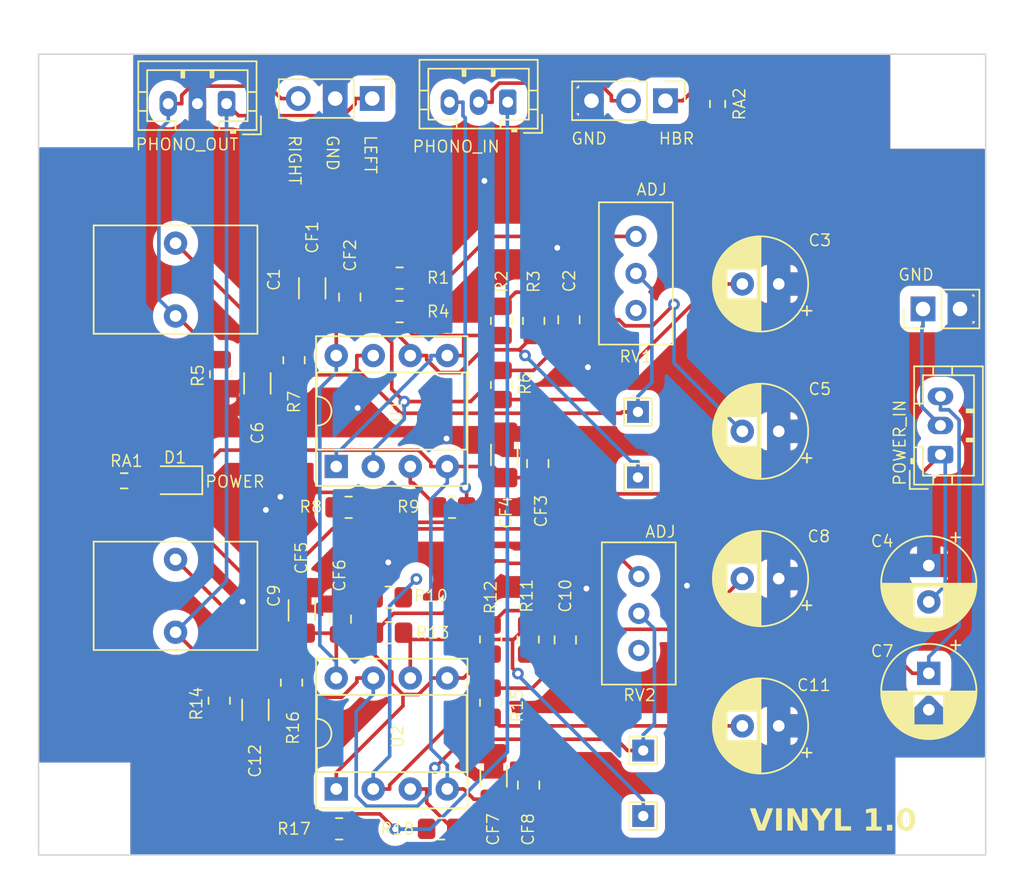
<source format=kicad_pcb>
(kicad_pcb (version 20240108) (generator "pcbnew") (generator_version "8.0")
  (layers (0 "F.Cu" signal) (31 "B.Cu" signal) (34 "B.Paste" user) (35 "F.Paste" user) (36 "B.SilkS" user "B.Silkscreen") (37 "F.SilkS" user "F.Silkscreen") (38 "B.Mask" user) (39 "F.Mask" user) (44 "Edge.Cuts" user))
  (net 0 "")
  (net 1 "V-")
  (net 2 "V+")
  (net 3 "LEFTIN")
  (net 4 "RIGHTIN")
  (net 5 "LEFTOUT")
  (net 6 "RIGHTOUT")
  (net 7 "AGND")
  (net 9 "Net-(C1-Pad1)")
  (net 10 "Net-(C2-Pad2)")
  (net 11 "Net-(U1-InA-)")
  (net 12 "Net-(C3-Pad2)")
  (net 14 "Net-(C11-Pad2)")
  (net 15 "Net-(U2-InA-)")
  (net 16 "Net-(D1-A)")
  (net 17 "Net-(U1-InB-)")
  (net 18 "Net-(U1-InB+)")
  (net 19 "Net-(U1-OutB)")
  (net 20 "Net-(U1-InA+)")
  (net 21 "Net-(C12-Pad2)")
  (net 22 "Net-(U2-InB-)")
  (net 23 "Net-(U2-InB+)")
  (net 24 "Net-(U2-OutB)")
  (net 25 "Net-(U2-InA+)")
  (net 26 "PGND")
  (net 27 "GNDIN")
  (net 28 "Net-(C10-Pad2)")
  (net 29 "Net-(C5-Pad2)")
  (net 30 "Net-(J6-Pin_1)")
  (net 31 "Net-(C8-Pad2)")
  (net 32 "Net-(R4-Pad1)")
  (net 33 "Net-(R13-Pad1)")
  (footprint "Connector_PinHeader_2.54mm:PinHeader_1x02_P2.54mm_Vertical" (layer "F.Cu") (at 192.1 98.1 90)
    (property "Reference" "J1" (hide yes))
    (property "Value" "Conn_01x02_Pin")
  )
  (footprint "Resistor_SMD:R_0805_2012Metric_Pad1.20x1.40mm_HandSolder" (layer "F.Cu") (at 159.78 111.72 180)
    (property "Reference" "R9")
    (property "Value" "2K2")
  )
  (footprint "MountingHole:MountingHole_3.2mm_M3" (layer "F.Cu") (at 193.9 133.1)
    (property "Reference" "H3" (hide yes))
    (property "Value" "MountingHole")
  )
  (footprint "Resistor_SMD:R_0805_2012Metric_Pad1.20x1.40mm_HandSolder" (layer "F.Cu") (at 163.18 103.32 90)
    (property "Reference" "R6")
    (property "Value" "4.7K")
  )
  (footprint "Package_DIP:DIP-8_W7.62mm_Socket" (layer "F.Cu") (at 151.83 131.0651 90)
    (property "Reference" "U2")
    (property "Value" "OPA2134")
  )
  (footprint "Resistor_SMD:R_0805_2012Metric_Pad1.20x1.40mm_HandSolder" (layer "F.Cu") (at 148.93 101.62 -90)
    (property "Reference" "R7")
    (property "Value" "750R")
  )
  (footprint "Capacitor_SMD:C_0805_2012Metric_Pad1.18x1.45mm_HandSolder" (layer "F.Cu") (at 152.1076 119.4026 -90)
    (property "Reference" "CF6")
    (property "Value" "0.1u")
  )
  (footprint "Resistor_SMD:R_0805_2012Metric_Pad1.20x1.40mm_HandSolder" (layer "F.Cu") (at 148.7614 123.7651 -90)
    (property "Reference" "R16")
    (property "Value" "750R")
  )
  (footprint "Capacitor_THT:C_Rect_L7.2mm_W11.0mm_P5.00mm_FKS2_FKP2_MKS2_MKP2" (layer "F.Cu") (at 140.8 115.3 -90)
    (property "Reference" "C9")
    (property "Value" "1U C0G")
  )
  (footprint "Resistor_SMD:R_0805_2012Metric_Pad1.20x1.40mm_HandSolder" (layer "F.Cu") (at 152.03 133.8 180)
    (property "Reference" "R17")
    (property "Value" "47K")
  )
  (footprint "Resistor_SMD:R_0805_2012Metric_Pad1.20x1.40mm_HandSolder" (layer "F.Cu") (at 152.68 111.72 180)
    (property "Reference" "R8")
    (property "Value" "47K")
  )
  (footprint "Resistor_SMD:R_0805_2012Metric_Pad1.20x1.40mm_HandSolder" (layer "F.Cu") (at 155.4464 120.3326)
    (property "Reference" "R13")
    (property "Value" "100K")
  )
  (footprint "Resistor_SMD:R_0603_1608Metric" (layer "F.Cu") (at 137.275 109.9 180)
    (property "Reference" "RA1")
    (property "Value" "5.1K")
  )
  (footprint "Capacitor_THT:CP_Radial_D6.3mm_P2.50mm" (layer "F.Cu") (at 192.5 115.7176 -90)
    (property "Reference" "C4")
    (property "Value" "100U 16V")
  )
  (footprint "Capacitor_SMD:C_1206_3216Metric_Pad1.33x1.80mm_HandSolder" (layer "F.Cu") (at 146.415 103.2125 90)
    (property "Reference" "C6")
    (property "Value" "0.1U C0G")
  )
  (footprint "Package_DIP:DIP-8_W7.62mm_Socket" (layer "F.Cu") (at 151.83 108.92 90)
    (property "Reference" "U1")
    (property "Value" "OPA2134")
  )
  (footprint "MountingHole:MountingHole_3.2mm_M3" (layer "F.Cu") (at 133.9 133.1)
    (property "Reference" "H4" (hide yes))
    (property "Value" "MountingHole")
  )
  (footprint "Resistor_SMD:R_0805_2012Metric_Pad1.20x1.40mm_HandSolder" (layer "F.Cu") (at 143.8 125 90)
    (property "Reference" "R14")
    (property "Value" "100K")
  )
  (footprint "TestPoint:TestPoint_THTPad_1.5x1.5mm_Drill0.7mm" (layer "F.Cu") (at 172.9 128.42 -90)
    (property "Reference" "TP3" (hide yes))
    (property "Value" "TestPoint")
  )
  (footprint "Connector_JST:JST_PH_B3B-PH-K_1x03_P2.00mm_Vertical" (layer "F.Cu") (at 163.6 83.9 180)
    (property "Reference" "J5" (hide yes))
    (property "Value" "Conn_01x03_Male")
  )
  (footprint "TestPoint:TestPoint_THTPad_1.5x1.5mm_Drill0.7mm" (layer "F.Cu") (at 172.9 132.92 -90)
    (property "Reference" "TP4" (hide yes))
    (property "Value" "TestPoint")
  )
  (footprint "Capacitor_SMD:C_1206_3216Metric_Pad1.33x1.80mm_HandSolder" (layer "F.Cu") (at 162.63 130.2026 -90)
    (property "Reference" "CF7")
    (property "Value" "10u")
  )
  (footprint "Resistor_SMD:R_0805_2012Metric_Pad1.20x1.40mm_HandSolder" (layer "F.Cu") (at 162.43 120.8 90)
    (property "Reference" "R12")
    (property "Value" "10K")
  )
  (footprint "MountingHole:MountingHole_3.2mm_M3" (layer "F.Cu") (at 193.9 83.1)
    (property "Reference" "H2" (hide yes))
    (property "Value" "MountingHole")
  )
  (footprint "Capacitor_SMD:C_0805_2012Metric_Pad1.18x1.45mm_HandSolder" (layer "F.Cu") (at 165.6615 108.72 -90)
    (property "Reference" "CF3")
    (property "Value" "0.1u")
  )
  (footprint "Resistor_SMD:R_0805_2012Metric_Pad1.20x1.40mm_HandSolder" (layer "F.Cu") (at 159.03 133.8)
    (property "Reference" "R18")
    (property "Value" "2K2")
  )
  (footprint "Resistor_SMD:R_0805_2012Metric_Pad1.20x1.40mm_HandSolder" (layer "F.Cu") (at 165.38 98.92 -90)
    (property "Reference" "R3")
    (property "Value" "2K7")
  )
  (footprint "LED_SMD:LED_0805_2012Metric_Pad1.15x1.40mm_HandSolder" (layer "F.Cu") (at 140.775 109.86 180)
    (property "Reference" "D1")
    (property "Value" "YELLOW")
  )
  (footprint "Connector_JST:JST_PH_B3B-PH-K_1x03_P2.00mm_Vertical" (layer "F.Cu") (at 144.3 84 180)
    (property "Reference" "J4" (hide yes))
    (property "Value" "Conn_01x03_Male")
  )
  (footprint "Capacitor_SMD:C_1206_3216Metric_Pad1.33x1.80mm_HandSolder" (layer "F.Cu") (at 149.4688 118.8026 -90)
    (property "Reference" "CF5")
    (property "Value" "10u")
  )
  (footprint "Capacitor_SMD:C_0805_2012Metric_Pad1.18x1.45mm_HandSolder" (layer "F.Cu") (at 152.7576 97.2825 -90)
    (property "Reference" "CF2")
    (property "Value" "0.1u")
  )
  (footprint "Capacitor_THT:C_Rect_L7.2mm_W11.0mm_P5.00mm_FKS2_FKP2_MKS2_MKP2" (layer "F.Cu") (at 140.8 93.5825 -90)
    (property "Reference" "C1")
    (property "Value" "1U C0G")
  )
  (footprint "Resistor_SMD:R_0805_2012Metric_Pad1.20x1.40mm_HandSolder" (layer "F.Cu") (at 163.18 98.92 90)
    (property "Reference" "R2")
    (property "Value" "10K")
  )
  (footprint "Capacitor_SMD:C_0805_2012Metric_Pad1.18x1.45mm_HandSolder" (layer "F.Cu") (at 167.8 98.845 90)
    (property "Reference" "C2")
    (property "Value" "22N C0G")
  )
  (footprint "Capacitor_SMD:C_1206_3216Metric_Pad1.33x1.80mm_HandSolder" (layer "F.Cu") (at 146.2807 125.63 90)
    (property "Reference" "C12")
    (property "Value" "0.1U C0G")
  )
  (footprint "Connector_PinHeader_2.54mm:PinHeader_1x03_P2.54mm_Vertical" (layer "F.Cu") (at 154.3 83.65 -90)
    (property "Reference" "J3" (hide yes))
    (property "Value" "Conn_01x03_Male")
  )
  (footprint "TestPoint:TestPoint_THTPad_1.5x1.5mm_Drill0.7mm" (layer "F.Cu") (at 172.5375 109.67 -90)
    (property "Reference" "TP2" (hide yes))
    (property "Value" "TestPoint")
  )
  (footprint "MountingHole:MountingHole_3.2mm_M3" (layer "F.Cu") (at 133.9 83.1)
    (property "Reference" "H1" (hide yes))
    (property "Value" "MountingHole")
  )
  (footprint "Potentiometer_THT:Potentiometer_Bourns_3296W_Vertical" (layer "F.Cu") (at 172.4 98.2 -90)
    (property "Reference" "RV1")
    (property "Value" "25K")
  )
  (footprint "Capacitor_SMD:C_1206_3216Metric_Pad1.33x1.80mm_HandSolder" (layer "F.Cu") (at 150.18 96.6825 -90)
    (property "Reference" "CF1")
    (property "Value" "10u")
  )
  (footprint "Resistor_SMD:R_0805_2012Metric_Pad1.20x1.40mm_HandSolder" (layer "F.Cu") (at 156.18 98.2825 180)
    (property "Reference" "R4")
    (property "Value" "100K")
  )
  (footprint "Capacitor_THT:CP_Radial_D6.3mm_P2.50mm" (layer "F.Cu") (at 182.2 116.6167 180)
    (property "Reference" "C8")
    (property "Value" "22U")
  )
  (footprint "Capacitor_THT:CP_Radial_D6.3mm_P2.50mm" (layer "F.Cu") (at 182.2 126.7333 180)
    (property "Reference" "C11")
    (property "Value" "22U")
  )
  (footprint "Resistor_SMD:R_0805_2012Metric_Pad1.20x1.40mm_HandSolder" (layer "F.Cu") (at 143.9 102.5825 90)
    (property "Reference" "R5")
    (property "Value" "100K")
  )
  (footprint "Capacitor_SMD:C_0805_2012Metric_Pad1.18x1.45mm_HandSolder" (layer "F.Cu") (at 165.03 130.8 -90)
    (property "Reference" "CF8")
    (property "Value" "0.1u")
  )
  (footprint "Capacitor_SMD:C_0805_2012Metric_Pad1.18x1.45mm_HandSolder" (layer "F.Cu") (at 167.55 120.83 90)
    (property "Reference" "C10")
    (property "Value" "22N C0G")
  )
  (footprint "TestPoint:TestPoint_THTPad_1.5x1.5mm_Drill0.7mm" (layer "F.Cu") (at 172.5375 105.17 -90)
    (property "Reference" "TP1" (hide yes))
    (property "Value" "TestPoint")
  )
  (footprint "Connector_PinHeader_2.54mm:PinHeader_1x03_P2.54mm_Vertical" (layer "F.Cu") (at 174.425 83.8 -90)
    (property "Reference" "J6" (hide yes))
    (property "Value" "Conn_01x03_Pin")
  )
  (footprint "Resistor_SMD:R_0603_1608Metric" (layer "F.Cu") (at 178 84.025 90)
    (property "Reference" "RA2")
    (property "Value" "20R")
  )
  (footprint "Resistor_SMD:R_0805_2012Metric_Pad1.20x1.40mm_HandSolder" (layer "F.Cu") (at 165 120.8 90)
    (property "Reference" "R11")
    (property "Value" "2K7")
  )
  (footprint "Resistor_SMD:R_0805_2012Metric_Pad1.20x1.40mm_HandSolder" (layer "F.Cu") (at 156.18 95.9825 180)
    (property "Reference" "R1")
    (property "Value" "180K")
  )
  (footprint "Capacitor_THT:CP_Radial_D6.3mm_P2.50mm" (layer "F.Cu") (at 182.2 96.3833 180)
    (property "Reference" "C3")
    (property "Value" "22U")
  )
  (footprint "Capacitor_THT:CP_Radial_D6.3mm_P2.50mm" (layer "F.Cu") (at 182.2 106.5 180)
    (property "Reference" "C5")
    (property "Value" "22U")
  )
  (footprint "Potentiometer_THT:Potentiometer_Bourns_3296W_Vertical" (layer "F.Cu") (at 172.6 121.55 -90)
    (property "Reference" "RV2")
    (property "Value" "25K")
  )
  (footprint "Capacitor_THT:CP_Radial_D6.3mm_P2.50mm" (layer "F.Cu") (at 192.5 123.1176 -90)
    (property "Reference" "C7")
    (property "Value" "100U 16V")
  )
  (footprint "Capacitor_SMD:C_1206_3216Metric_Pad1.33x1.80mm_HandSolder" (layer "F.Cu") (at 163.3615 108.12 -90)
    (property "Reference" "CF4")
    (property "Value" "10u")
  )
  (footprint "Resistor_SMD:R_0805_2012Metric_Pad1.20x1.40mm_HandSolder" (layer "F.Cu") (at 155.43 117.9 180)
    (property "Reference" "R10")
    (property "Value" "180K")
  )
  (footprint "Connector_JST:JST_PH_B3B-PH-K_1x03_P2.00mm_Vertical" (layer "F.Cu") (at 193.3 108.1 90)
    (property "Reference" "J2" (hide yes))
    (property "Value" "Conn_01x03_Male")
  )
  (footprint "Resistor_SMD:R_0805_2012Metric_Pad1.20x1.40mm_HandSolder" (layer "F.Cu") (at 162.43 125.1376 90)
    (property "Reference" "R15")
    (property "Value" "4.7K")
  )
  (gr_line (start 196.4 135.6) (end 131.4 135.6) (stroke (width 0.1)) (layer "Edge.Cuts"))
  (gr_line (start 196.4 80.6) (end 196.4 135.6) (stroke (width 0.1)) (layer "Edge.Cuts"))
  (gr_line (start 131.4 80.6) (end 131.4 135.6) (stroke (width 0.1)) (layer "Edge.Cuts"))
  (gr_line (start 131.4 80.6) (end 196.4 80.6) (stroke (width 0.1)) (layer "Edge.Cuts"))
  (gr_text "PHONO_IN" (at 157 86.95 0) (layer "F.SilkS") (effects (font (size 0.8 0.8) (thickness 0.1)) (justify left)))
  (gr_text "VINYL 1.0" (at 180.2 133.3 0) (layer "F.SilkS") (effects (font (size 1.5 1.5) (thickness 0.3) (bold yes)) (justify left)))
  (gr_text "GND\n" (at 151.575 86.1 -90) (layer "F.SilkS") (effects (font (size 0.8 0.8) (thickness 0.1)) (justify left)))
  (gr_text "PHONO_OUT" (at 138 86.8 0) (layer "F.SilkS") (effects (font (size 0.8 0.8) (thickness 0.1)) (justify left)))
  (gr_text "POWER_IN" (at 190.5 110.3 90) (layer "F.SilkS") (effects (font (size 0.8 0.8) (thickness 0.1)) (justify left)))
  (gr_text "GND" (at 190.34 95.75 0) (layer "F.SilkS") (effects (font (size 0.8 0.8) (thickness 0.1)) (justify left)))
  (gr_text "POWER" (at 142.775006 109.959993 0) (layer "F.SilkS") (effects (font (size 0.8 0.8) (thickness 0.1)) (justify left)))
  (gr_text "GND" (at 167.9 86.4 0) (layer "F.SilkS") (effects (font (size 0.8 0.8) (thickness 0.1)) (justify left)))
  (gr_text "HBR\n" (at 173.9 86.4 0) (layer "F.SilkS") (effects (font (size 0.8 0.8) (thickness 0.1)) (justify left)))
  (gr_text "ADJ" (at 175.2 113.4 0) (layer "F.SilkS") (effects (font (size 0.8 0.8) (thickness 0.1)) (justify right)))
  (gr_text "ADJ" (at 174.6 89.9 0) (layer "F.SilkS") (effects (font (size 0.8 0.8) (thickness 0.1)) (justify right)))
  (gr_text "RIGHT" (at 148.975 86.1 -90) (layer "F.SilkS") (effects (font (size 0.8 0.8) (thickness 0.1)) (justify left)))
  (gr_text "LEFT" (at 154.175 86.1 -90) (layer "F.SilkS") (effects (font (size 0.8 0.8) (thickness 0.1)) (justify left)))
  (segment (start 164.9576 131.7651) (end 162.63 131.7651) (width 0.25) (layer "F.Cu") (net 1))
  (segment (start 159.45 131.0651) (end 160.5767 131.0651) (width 0.25) (layer "F.Cu") (net 1))
  (segment (start 159.45 108.92) (end 158.3233 108.92) (width 0.25) (layer "F.Cu") (net 1))
  (segment (start 163.3615 109.6825) (end 162.599 108.92) (width 0.25) (layer "F.Cu") (net 1))
  (segment (start 162.63 131.7651) (end 161.2767 131.7651) (width 0.25) (layer "F.Cu") (net 1))
  (segment (start 193.3 108.1) (end 190.6032 110.7968) (width 0.25) (layer "F.Cu") (net 1))
  (segment (start 163.3615 109.6825) (end 165.5865 109.6825) (width 0.25) (layer "F.Cu") (net 1))
  (segment (start 158.3233 108.92) (end 158.3233 108.6382) (width 0.25) (layer "F.Cu") (net 1))
  (segment (start 190.6032 110.7968) (end 166.7008 110.7968) (width 0.25) (layer "F.Cu") (net 1))
  (segment (start 166.7008 110.7968) (end 165.6615 109.7575) (width 0.25) (layer "F.Cu") (net 1))
  (segment (start 157.4784 107.7933) (end 143.8667 107.7933) (width 0.25) (layer "F.Cu") (net 1))
  (segment (start 143.8667 107.7933) (end 141.8 109.86) (width 0.25) (layer "F.Cu") (net 1))
  (segment (start 162.599 108.92) (end 159.45 108.92) (width 0.25) (layer "F.Cu") (net 1))
  (segment (start 158.3233 108.6382) (end 157.4784 107.7933) (width 0.25) (layer "F.Cu") (net 1))
  (segment (start 161.2767 131.7651) (end 160.5767 131.0651) (width 0.25) (layer "F.Cu") (net 1))
  (segment (start 158.3233 128.3047) (end 158.3233 111.1734) (width 0.25) (layer "B.Cu") (net 1))
  (segment (start 159.45 129.4314) (end 158.3233 128.3047) (width 0.25) (layer "B.Cu") (net 1))
  (segment (start 193.6267 117.0909) (end 192.5 118.2176) (width 0.25) (layer "B.Cu") (net 1))
  (segment (start 158.3233 111.1734) (end 159.45 110.0467) (width 0.25) (layer "B.Cu") (net 1))
  (segment (start 159.45 131.0651) (end 159.45 129.4314) (width 0.25) (layer "B.Cu") (net 1))
  (segment (start 159.45 108.92) (end 159.45 110.0467) (width 0.25) (layer "B.Cu") (net 1))
  (segment (start 193.6267 108.4267) (end 193.6267 117.0909) (width 0.25) (layer "B.Cu") (net 1))
  (segment (start 138.7303 112.1803) (end 136.45 109.9) (width 0.25) (layer "F.Cu") (net 2))
  (segment (start 141.284 112.1803) (end 138.7303 112.1803) (width 0.25) (layer "F.Cu") (net 2))
  (segment (start 151.5675 113.2) (end 146.9356 117.8319) (width 0.25) (layer "F.Cu") (net 2))
  (segment (start 150.18 98.245) (end 152.6826 98.245) (width 0.25) (layer "F.Cu") (net 2))
  (segment (start 152.7576 98.32) (end 151.83 99.2476) (width 0.25) (layer "F.Cu") (net 2))
  (segment (start 149.4688 120.3651) (end 146.9356 117.8319) (width 0.25) (layer "F.Cu") (net 2))
  (segment (start 151.83 99.2476) (end 151.83 101.3) (width 0.25) (layer "F.Cu") (net 2))
  (segment (start 151.83 120.7177) (end 151.83 123.4451) (width 0.25) (layer "F.Cu") (net 2))
  (segment (start 149.4688 120.3651) (end 152.0326 120.3651) (width 0.25) (layer "F.Cu") (net 2))
  (segment (start 146.9356 117.8319) (end 141.284 112.1803) (width 0.25) (layer "F.Cu") (net 2))
  (segment (start 181.4557 113.2) (end 151.5675 113.2) (width 0.25) (layer "F.Cu") (net 2))
  (segment (start 192.5 123.1176) (end 191.3733 123.1176) (width 0.25) (layer "F.Cu") (net 2))
  (segment (start 191.3733 123.1176) (end 181.4557 113.2) (width 0.25) (layer "F.Cu") (net 2))
  (segment (start 151.83 101.3) (end 151.83 102.4267) (width 0.25) (layer "B.Cu") (net 2))
  (segment (start 194.5814 105.7289) (end 194.5814 119.9095) (width 0.25) (layer "B.Cu") (net 2))
  (segment (start 193.3 105.0267) (end 193.8792 105.0267) (width 0.25) (layer "B.Cu") (net 2))
  (segment (start 150.7033 103.5534) (end 151.83 102.4267) (width 0.25) (layer "B.Cu") (net 2))
  (segment (start 151.83 122.3184) (end 150.7033 121.1917) (width 0.25) (layer "B.Cu") (net 2))
  (segment (start 150.7033 121.1917) (end 150.7033 103.5534) (width 0.25) (layer "B.Cu") (net 2))
  (segment (start 151.83 123.4451) (end 151.83 122.3184) (width 0.25) (layer "B.Cu") (net 2))
  (segment (start 192.5 123.1176) (end 192.5 121.9909) (width 0.25) (layer "B.Cu") (net 2))
  (segment (start 194.5814 119.9095) (end 192.5 121.9909) (width 0.25) (layer "B.Cu") (net 2))
  (segment (start 193.8792 105.0267) (end 194.5814 105.7289) (width 0.25) (layer "B.Cu") (net 2))
  (segment (start 193.3 104.1) (end 193.3 105.0267) (width 0.25) (layer "B.Cu") (net 2))
  (segment (start 155.8704 133.8255) (end 154.8199 132.775) (width 0.25) (layer "F.Cu") (net 3))
  (segment (start 156.226 133.8255) (end 155.8704 133.8255) (width 0.25) (layer "F.Cu") (net 3))
  (segment (start 156.226 133.8255) (end 157.8529 133.8255) (width 0.25) (layer "F.Cu") (net 3))
  (segment (start 154.8199 132.775) (end 152.055 132.775) (width 0.25) (layer "F.Cu") (net 3))
  (segment (start 152.055 132.775) (end 151.03 133.8) (width 0.25) (layer "F.Cu") (net 3))
  (via (at 155.8704 133.8255) (size 0.8) (drill 0.4) (layers "F.Cu" "B.Cu") (net 3))
  (segment (start 158.2831 133.8255) (end 155.8704 133.8255) (width 0.25) (layer "B.Cu") (net 3))
  (segment (start 163.5733 128.5353) (end 158.2831 133.8255) (width 0.25) (layer "B.Cu") (net 3))
  (segment (start 163.5733 83.9267) (end 163.5733 128.5353) (width 0.25) (layer "B.Cu") (net 3))
  (segment (start 160.78 111.72) (end 159.75 112.75) (width 0.25) (layer "F.Cu") (net 4))
  (segment (start 160.6817 110.3695) (end 160.78 110.4678) (width 0.25) (layer "F.Cu") (net 4))
  (segment (start 152.71 112.75) (end 151.68 111.72) (width 0.25) (layer "F.Cu") (net 4))
  (segment (start 160.78 110.4678) (end 160.78 111.72) (width 0.25) (layer "F.Cu") (net 4))
  (segment (start 159.75 112.75) (end 152.71 112.75) (width 0.25) (layer "F.Cu") (net 4))
  (via (at 160.6817 110.3695) (size 0.8) (drill 0.4) (layers "F.Cu" "B.Cu") (net 4))
  (segment (start 160.5267 84.8267) (end 160.6817 84.9817) (width 0.25) (layer "B.Cu") (net 4))
  (segment (start 160.6817 84.9817) (end 160.6817 110.3695) (width 0.25) (layer "B.Cu") (net 4))
  (segment (start 160.5267 83.9) (end 160.5267 84.8267) (width 0.25) (layer "B.Cu") (net 4))
  (segment (start 159.6 83.9) (end 160.5267 83.9) (width 0.25) (layer "B.Cu") (net 4))
  (segment (start 152.3142 84.8268) (end 145.1268 84.8268) (width 0.25) (layer "F.Cu") (net 5))
  (segment (start 140.8 120.3) (end 143.8 123.3) (width 0.25) (layer "F.Cu") (net 5))
  (segment (start 153.1233 83.65) (end 153.1233 84.0177) (width 0.25) (layer "F.Cu") (net 5))
  (segment (start 145.1268 84.8268) (end 144.3 84) (width 0.25) (layer "F.Cu") (net 5))
  (segment (start 154.3 83.65) (end 153.1233 83.65) (width 0.25) (layer "F.Cu") (net 5))
  (segment (start 153.1233 84.0177) (end 152.3142 84.8268) (width 0.25) (layer "F.Cu") (net 5))
  (segment (start 143.8 123.3) (end 143.8 124) (width 0.25) (layer "F.Cu") (net 5))
  (segment (start 144.3 116.8) (end 140.8 120.3) (width 0.25) (layer "B.Cu") (net 5))
  (segment (start 144.3 84) (end 144.3 116.8) (width 0.25) (layer "B.Cu") (net 5))
  (segment (start 141.8529 82.7946) (end 141.2267 83.4208) (width 0.25) (layer "F.Cu") (net 6))
  (segment (start 140.9 98.5825) (end 143.9 101.5825) (width 0.25) (layer "F.Cu") (net 6))
  (segment (start 140.3 84) (end 141.2267 84) (width 0.25) (layer "F.Cu") (net 6))
  (segment (start 148.0433 83.65) (end 147.1879 82.7946) (width 0.25) (layer "F.Cu") (net 6))
  (segment (start 141.2267 83.4208) (end 141.2267 84) (width 0.25) (layer "F.Cu") (net 6))
  (segment (start 147.1879 82.7946) (end 141.8529 82.7946) (width 0.25) (layer "F.Cu") (net 6))
  (segment (start 149.22 83.65) (end 148.0433 83.65) (width 0.25) (layer "F.Cu") (net 6))
  (segment (start 140.3 85.2017) (end 139.6551 85.8466) (width 0.25) (layer "B.Cu") (net 6))
  (segment (start 139.6551 97.4376) (end 140.8 98.5825) (width 0.25) (layer "B.Cu") (net 6))
  (segment (start 139.6551 85.8466) (end 139.6551 97.4376) (width 0.25) (layer "B.Cu") (net 6))
  (segment (start 140.3 84) (end 140.3 85.2017) (width 0.25) (layer "B.Cu") (net 6))
  (segment (start 148.305 110.695) (end 148 111) (width 0.25) (layer "F.Cu") (net 7))
  (segment (start 152.655 110.695) (end 148.305 110.695) (width 0.25) (layer "F.Cu") (net 7))
  (segment (start 153.68 111.72) (end 152.655 110.695) (width 0.25) (layer "F.Cu") (net 7))
  (via (at 167 93.9) (size 0.8) (drill 0.4) (layers "F.Cu" "B.Cu") (net 7))
  (via (at 145.4 118.2) (size 0.8) (drill 0.4) (layers "F.Cu" "B.Cu") (net 7))
  (via (at 175.9 117.1) (size 0.8) (drill 0.4) (layers "F.Cu" "B.Cu") (net 7))
  (via (at 159.4 107) (size 0.8) (drill 0.4) (layers "F.Cu" "B.Cu") (net 7))
  (via (at 153.3 104.9) (size 0.8) (drill 0.4) (layers "F.Cu" "B.Cu") (net 7))
  (via (at 169.1 102.1) (size 0.8) (drill 0.4) (layers "F.Cu" "B.Cu") (net 7))
  (via (at 148 111) (size 0.8) (drill 0.4) (layers "F.Cu" "B.Cu") (net 7))
  (via (at 162 89.3) (size 0.8) (drill 0.4) (layers "F.Cu" "B.Cu") (net 7))
  (via (at 169 117.3) (size 0.8) (drill 0.4) (layers "F.Cu" "B.Cu") (net 7))
  (via (at 155.4 115.5) (size 0.8) (drill 0.4) (layers "F.Cu" "B.Cu") (net 7))
  (via (at 147 111.9) (size 0.8) (drill 0.4) (layers "F.Cu" "B.Cu") (net 7))
  (segment (start 147.8375 100.62) (end 148.93 100.62) (width 0.25) (layer "F.Cu") (net 9))
  (segment (start 140.8 93.5825) (end 147.8375 100.62) (width 0.25) (layer "F.Cu") (net 9))
  (segment (start 146.415 101.65) (end 147.9 101.65) (width 0.25) (layer "F.Cu") (net 9))
  (segment (start 147.9 101.65) (end 148.93 100.62) (width 0.25) (layer "F.Cu") (net 9))
  (segment (start 166.941 96.9485) (end 164.1515 96.9485) (width 0.25) (layer "F.Cu") (net 10))
  (segment (start 167.8 97.8075) (end 166.941 96.9485) (width 0.25) (layer "F.Cu") (net 10))
  (segment (start 164.1515 96.9485) (end 163.18 97.92) (width 0.25) (layer "F.Cu") (net 10))
  (segment (start 163.18 102.32) (end 161.0429 104.4571) (width 0.25) (layer "F.Cu") (net 11))
  (segment (start 157.18 95.9825) (end 156.1415 94.944) (width 0.25) (layer "F.Cu") (net 11))
  (segment (start 161.0429 104.4571) (end 156.4958 104.4571) (width 0.25) (layer "F.Cu") (net 11))
  (segment (start 165.3625 102.32) (end 163.18 102.32) (width 0.25) (layer "F.Cu") (net 11))
  (segment (start 156.1415 94.944) (end 154.5269 94.944) (width 0.25) (layer "F.Cu") (net 11))
  (segment (start 155.64 100.4283) (end 155.64 103.6013) (width 0.25) (layer "F.Cu") (net 11))
  (segment (start 154.2138 99.0021) (end 155.64 100.4283) (width 0.25) (layer "F.Cu") (net 11))
  (segment (start 154.2138 95.2571) (end 154.2138 99.0021) (width 0.25) (layer "F.Cu") (net 11))
  (segment (start 155.64 103.6013) (end 156.4958 104.4571) (width 0.25) (layer "F.Cu") (net 11))
  (segment (start 154.5269 94.944) (end 154.2138 95.2571) (width 0.25) (layer "F.Cu") (net 11))
  (segment (start 167.8 99.8825) (end 165.3625 102.32) (width 0.25) (layer "F.Cu") (net 11))
  (via (at 156.4958 104.4571) (size 0.8) (drill 0.4) (layers "F.Cu" "B.Cu") (net 11))
  (segment (start 156.4958 105.6675) (end 154.37 107.7933) (width 0.25) (layer "B.Cu") (net 11))
  (segment (start 156.4958 104.4571) (end 156.4958 105.6675) (width 0.25) (layer "B.Cu") (net 11))
  (segment (start 154.37 108.92) (end 154.37 107.7933) (width 0.25) (layer "B.Cu") (net 11))
  (segment (start 169.7195 104.32) (end 177.6562 96.3833) (width 0.25) (layer "F.Cu") (net 12))
  (segment (start 177.6562 96.3833) (end 179.7 96.3833) (width 0.25) (layer "F.Cu") (net 12))
  (segment (start 163.18 104.32) (end 169.7195 104.32) (width 0.25) (layer "F.Cu") (net 12))
  (segment (start 163.0257 126.7333) (end 162.43 126.1376) (width 0.25) (layer "F.Cu") (net 14))
  (segment (start 179.7 126.7333) (end 163.0257 126.7333) (width 0.25) (layer "F.Cu") (net 14))
  (segment (start 155.4967 130.7834) (end 162.1425 124.1376) (width 0.25) (layer "F.Cu") (net 15))
  (segment (start 157.3276 116.6474) (end 156.43 117.545) (width 0.25) (layer "F.Cu") (net 15))
  (segment (start 155.4967 131.0651) (end 155.4967 130.7834) (width 0.25) (layer "F.Cu") (net 15))
  (segment (start 165.2799 124.1376) (end 167.55 121.8675) (width 0.25) (layer "F.Cu") (net 15))
  (segment (start 162.43 124.1376) (end 165.2799 124.1376) (width 0.25) (layer "F.Cu") (net 15))
  (segment (start 154.37 131.0651) (end 155.4967 131.0651) (width 0.25) (layer "F.Cu") (net 15))
  (via (at 157.3276 116.6474) (size 0.8) (drill 0.4) (layers "F.Cu" "B.Cu") (net 15))
  (segment (start 155.4967 128.8117) (end 155.4967 118.4783) (width 0.25) (layer "B.Cu") (net 15))
  (segment (start 154.37 131.0651) (end 154.37 129.9384) (width 0.25) (layer "B.Cu") (net 15))
  (segment (start 155.4967 118.4783) (end 157.3276 116.6474) (width 0.25) (layer "B.Cu") (net 15))
  (segment (start 154.37 129.9384) (end 155.4967 128.8117) (width 0.25) (layer "B.Cu") (net 15))
  (segment (start 139.75 109.86) (end 138.14 109.86) (width 0.25) (layer "F.Cu") (net 16))
  (segment (start 165.38 99.92) (end 164.3957 100.9043) (width 0.25) (layer "F.Cu") (net 17))
  (segment (start 158.9235 102.4685) (end 158.0367 101.5817) (width 0.25) (layer "F.Cu") (net 17))
  (segment (start 164.3957 100.9043) (end 161.8671 100.9043) (width 0.25) (layer "F.Cu") (net 17))
  (segment (start 155.18 99.0066) (end 155.18 98.2825) (width 0.25) (layer "F.Cu") (net 17))
  (segment (start 157.4734 101.3) (end 155.18 99.0066) (width 0.25) (layer "F.Cu") (net 17))
  (segment (start 160.3029 102.4685) (end 158.9235 102.4685) (width 0.25) (layer "F.Cu") (net 17))
  (segment (start 164.786 101.2946) (end 164.3957 100.9043) (width 0.25) (layer "F.Cu") (net 17))
  (segment (start 158.0367 101.5817) (end 158.0367 101.3) (width 0.25) (layer "F.Cu") (net 17))
  (segment (start 161.8671 100.9043) (end 160.3029 102.4685) (width 0.25) (layer "F.Cu") (net 17))
  (segment (start 157.4734 101.3) (end 158.0367 101.3) (width 0.25) (layer "F.Cu") (net 17))
  (via (at 164.786 101.2946) (size 0.8) (drill 0.4) (layers "F.Cu" "B.Cu") (net 17))
  (segment (start 172.0847 108.5933) (end 164.786 101.2946) (width 0.25) (layer "B.Cu") (net 17))
  (segment (start 172.5375 109.67) (end 172.5375 108.5933) (width 0.25) (layer "B.Cu") (net 17))
  (segment (start 172.5375 108.5933) (end 172.0847 108.5933) (width 0.25) (layer "B.Cu") (net 17))
  (segment (start 157.1405 99.92) (end 156.18 98.9595) (width 0.25) (layer "F.Cu") (net 18))
  (segment (start 160.5767 101.3) (end 160.5767 99.92) (width 0.25) (layer "F.Cu") (net 18))
  (segment (start 160.5767 99.92) (end 157.1405 99.92) (width 0.25) (layer "F.Cu") (net 18))
  (segment (start 156.18 98.9595) (end 156.18 96.9825) (width 0.25) (layer "F.Cu") (net 18))
  (segment (start 156.18 96.9825) (end 155.18 95.9825) (width 0.25) (layer "F.Cu") (net 18))
  (segment (start 163.18 99.92) (end 160.5767 99.92) (width 0.25) (layer "F.Cu") (net 18))
  (segment (start 159.45 101.3) (end 160.5767 101.3) (width 0.25) (layer "F.Cu") (net 18))
  (segment (start 159.45 101.3) (end 158.3233 101.3) (width 0.25) (layer "B.Cu") (net 18))
  (segment (start 152.1117 107.7933) (end 158.3233 101.5817) (width 0.25) (layer "B.Cu") (net 18))
  (segment (start 151.83 108.92) (end 151.83 107.7933) (width 0.25) (layer "B.Cu") (net 18))
  (segment (start 151.83 107.7933) (end 152.1117 107.7933) (width 0.25) (layer "B.Cu") (net 18))
  (segment (start 158.3233 101.5817) (end 158.3233 101.3) (width 0.25) (layer "B.Cu") (net 18))
  (segment (start 172.5375 105.17) (end 171.4608 105.17) (width 0.25) (layer "F.Cu") (net 19))
  (segment (start 154.37 101.3) (end 153.2433 101.3) (width 0.25) (layer "F.Cu") (net 19))
  (segment (start 156.2721 105.261) (end 171.3698 105.261) (width 0.25) (layer "F.Cu") (net 19))
  (segment (start 153.2433 102.2322) (end 156.2721 105.261) (width 0.25) (layer "F.Cu") (net 19))
  (segment (start 148.93 102.62) (end 152.8555 102.62) (width 0.25) (layer "F.Cu") (net 19))
  (segment (start 152.8555 102.62) (end 153.2433 102.2322) (width 0.25) (layer "F.Cu") (net 19))
  (segment (start 171.3698 105.261) (end 171.4608 105.17) (width 0.25) (layer "F.Cu") (net 19))
  (segment (start 153.2433 101.3) (end 153.2433 102.2322) (width 0.25) (layer "F.Cu") (net 19))
  (segment (start 172.4 95.66) (end 173.4901 96.7501) (width 0.25) (layer "B.Cu") (net 19))
  (segment (start 172.5375 105.17) (end 172.5375 104.0933) (width 0.25) (layer "B.Cu") (net 19))
  (segment (start 173.4901 96.7501) (end 173.4901 103.1407) (width 0.25) (layer "B.Cu") (net 19))
  (segment (start 173.4901 103.1407) (end 172.5375 104.0933) (width 0.25) (layer "B.Cu") (net 19))
  (segment (start 157.1067 110.0467) (end 156.91 110.0467) (width 0.25) (layer "F.Cu") (net 20))
  (segment (start 156.91 108.92) (end 156.91 110.0467) (width 0.25) (layer "F.Cu") (net 20))
  (segment (start 158.78 111.72) (end 157.1067 110.0467) (width 0.25) (layer "F.Cu") (net 20))
  (segment (start 147.5831 122.0831) (end 147.5831 122.7651) (width 0.25) (layer "F.Cu") (net 21))
  (segment (start 140.8 115.3) (end 147.5831 122.0831) (width 0.25) (layer "F.Cu") (net 21))
  (segment (start 147.5831 122.7651) (end 148.7614 122.7651) (width 0.25) (layer "F.Cu") (net 21))
  (segment (start 146.2807 124.0675) (end 147.5831 122.7651) (width 0.25) (layer "F.Cu") (net 21))
  (segment (start 163.9262 122.7623) (end 163.9262 120.7962) (width 0.25) (layer "F.Cu") (net 22))
  (segment (start 156.91 120.7962) (end 163.9262 120.7962) (width 0.25) (layer "F.Cu") (net 22))
  (segment (start 164.0038 120.7962) (end 165 119.8) (width 0.25) (layer "F.Cu") (net 22))
  (segment (start 164.3 123.1361) (end 163.9262 122.7623) (width 0.25) (layer "F.Cu") (net 22))
  (segment (start 163.9262 120.7962) (end 164.0038 120.7962) (width 0.25) (layer "F.Cu") (net 22))
  (segment (start 156.91 123.4451) (end 156.91 120.7962) (width 0.25) (layer "F.Cu") (net 22))
  (via (at 164.3 123.1361) (size 0.8) (drill 0.4) (layers "F.Cu" "B.Cu") (net 22))
  (segment (start 172.9 131.8433) (end 164.3 123.2433) (width 0.25) (layer "B.Cu") (net 22))
  (segment (start 172.9 132.92) (end 172.9 131.8433) (width 0.25) (layer "B.Cu") (net 22))
  (segment (start 164.3 123.2433) (end 164.3 123.1361) (width 0.25) (layer "B.Cu") (net 22))
  (segment (start 162.2218 121.8) (end 160.5767 123.4451) (width 0.25) (layer "F.Cu") (net 23))
  (segment (start 155.64 123.8067) (end 155.64 123.0383) (width 0.25) (layer "F.Cu") (net 23))
  (segment (start 156.4082 124.5749) (end 155.64 123.8067) (width 0.25) (layer "F.Cu") (net 23))
  (segment (start 154.2834 121.6817) (end 154.1653 121.6817) (width 0.25) (layer "F.Cu") (net 23))
  (segment (start 159.45 123.4451) (end 160.5767 123.4451) (width 0.25) (layer "F.Cu") (net 23))
  (segment (start 159.45 123.4451) (end 158.3233 123.4451) (width 0.25) (layer "F.Cu") (net 23))
  (segment (start 151.83 131.0651) (end 151.83 129.9384) (width 0.25) (layer "F.Cu") (net 23))
  (segment (start 155.64 123.0383) (end 154.2834 121.6817) (width 0.25) (layer "F.Cu") (net 23))
  (segment (start 154.1653 121.6817) (end 153.4688 120.9852) (width 0.25) (layer "F.Cu") (net 23))
  (segment (start 158.3233 123.4451) (end 158.3233 123.7268) (width 0.25) (layer "F.Cu") (net 23))
  (segment (start 158.3233 123.7268) (end 157.4752 124.5749) (width 0.25) (layer "F.Cu") (net 23))
  (segment (start 156.4082 124.5749) (end 156.4082 125.3602) (width 0.25) (layer "F.Cu") (net 23))
  (segment (start 157.4752 124.5749) (end 156.4082 124.5749) (width 0.25) (layer "F.Cu") (net 23))
  (segment (start 156.4082 125.3602) (end 151.83 129.9384) (width 0.25) (layer "F.Cu") (net 23))
  (segment (start 153.4688 120.9852) (end 153.4688 118.8612) (width 0.25) (layer "F.Cu") (net 23))
  (segment (start 153.4688 118.8612) (end 154.43 117.9) (width 0.25) (layer "F.Cu") (net 23))
  (segment (start 158.5952 129.6043) (end 160.5508 127.6487) (width 0.25) (layer "F.Cu") (net 24))
  (segment (start 154.37 123.4451) (end 153.2433 123.4451) (width 0.25) (layer "F.Cu") (net 24))
  (segment (start 153.2433 123.7268) (end 153.2433 123.4451) (width 0.25) (layer "F.Cu") (net 24))
  (segment (start 171.052 127.6487) (end 171.8233 128.42) (width 0.25) (layer "F.Cu") (net 24))
  (segment (start 148.7614 124.7651) (end 152.205 124.7651) (width 0.25) (layer "F.Cu") (net 24))
  (segment (start 172.9 128.42) (end 171.8233 128.42) (width 0.25) (layer "F.Cu") (net 24))
  (segment (start 160.5508 127.6487) (end 171.052 127.6487) (width 0.25) (layer "F.Cu") (net 24))
  (segment (start 152.205 124.7651) (end 153.2433 123.7268) (width 0.25) (layer "F.Cu") (net 24))
  (via (at 158.5952 129.6043) (size 0.8) (drill 0.4) (layers "F.Cu" "B.Cu") (net 24))
  (segment (start 172.9 128.42) (end 172.9 127.3433) (width 0.25) (layer "B.Cu") (net 24))
  (segment (start 153.9043 132.2437) (end 157.4009 132.2437) (width 0.25) (layer "B.Cu") (net 24))
  (segment (start 157.4009 132.2437) (end 158.2596 131.385) (width 0.25) (layer "B.Cu") (net 24))
  (segment (start 173.6671 120.0771) (end 173.6671 126.5762) (width 0.25) (layer "B.Cu") (net 24))
  (segment (start 172.6 119.01) (end 173.6671 120.0771) (width 0.25) (layer "B.Cu") (net 24))
  (segment (start 153.1995 125.7423) (end 153.1995 131.5389) (width 0.25) (layer "B.Cu") (net 24))
  (segment (start 154.37 123.4451) (end 154.37 124.5718) (width 0.25) (layer "B.Cu") (net 24))
  (segment (start 153.1995 131.5389) (end 153.9043 132.2437) (width 0.25) (layer "B.Cu") (net 24))
  (segment (start 154.37 124.5718) (end 153.1995 125.7423) (width 0.25) (layer "B.Cu") (net 24))
  (segment (start 173.6671 126.5762) (end 172.9 127.3433) (width 0.25) (layer "B.Cu") (net 24))
  (segment (start 158.2596 129.9399) (end 158.5952 129.6043) (width 0.25) (layer "B.Cu") (net 24))
  (segment (start 158.2596 131.385) (end 158.2596 129.9399) (width 0.25) (layer "B.Cu") (net 24))
  (segment (start 158.0367 132.0093) (end 158.0367 131.0651) (width 0.25) (layer "F.Cu") (net 25))
  (segment (start 156.91 131.0651) (end 158.0367 131.0651) (width 0.25) (layer "F.Cu") (net 25))
  (segment (start 160.03 134.0026) (end 158.0367 132.0093) (width 0.25) (layer "F.Cu") (net 25))
  (segment (start 192.0287 104.8287) (end 192.0287 99.348) (width 0.25) (layer "B.Cu") (net 26))
  (segment (start 192.0287 99.348) (end 192.1 99.2767) (width 0.25) (layer "B.Cu") (net 26))
  (segment (start 192.1 98.1) (end 192.1 99.2767) (width 0.25) (layer "B.Cu") (net 26))
  (segment (start 193.3 106.1) (end 192.0287 104.8287) (width 0.25) (layer "B.Cu") (net 26))
  (segment (start 170.7083 83.8) (end 170.7083 83.4323) (width 0.25) (layer "F.Cu") (net 27))
  (segment (start 169.867 82.591) (end 163.0248 82.591) (width 0.25) (layer "F.Cu") (net 27))
  (segment (start 170.7083 83.4323) (end 169.867 82.591) (width 0.25) (layer "F.Cu") (net 27))
  (segment (start 163.0248 82.591) (end 162.5267 83.0891) (width 0.25) (layer "F.Cu") (net 27))
  (segment (start 171.885 83.8) (end 170.7083 83.8) (width 0.25) (layer "F.Cu") (net 27))
  (segment (start 162.5267 83.0891) (end 162.5267 83.9) (width 0.25) (layer "F.Cu") (net 27))
  (segment (start 161.6 83.9) (end 162.5267 83.9) (width 0.25) (layer "F.Cu") (net 27))
  (segment (start 162.43 119.8) (end 163.4136 118.8164) (width 0.25) (layer "F.Cu") (net 28))
  (segment (start 166.5739 118.8164) (end 167.55 119.7925) (width 0.25) (layer "F.Cu") (net 28))
  (segment (start 163.4136 118.8164) (end 166.5739 118.8164) (width 0.25) (layer "F.Cu") (net 28))
  (segment (start 171.6431 99.2571) (end 171.231 98.845) (width 0.25) (layer "F.Cu") (net 29))
  (segment (start 173.536 99.2571) (end 171.6431 99.2571) (width 0.25) (layer "F.Cu") (net 29))
  (segment (start 175.01 97.7831) (end 173.536 99.2571) (width 0.25) (layer "F.Cu") (net 29))
  (segment (start 166.305 98.845) (end 165.38 97.92) (width 0.25) (layer "F.Cu") (net 29))
  (segment (start 171.231 98.845) (end 166.305 98.845) (width 0.25) (layer "F.Cu") (net 29))
  (via (at 175.01 97.7831) (size 0.8) (drill 0.4) (layers "F.Cu" "B.Cu") (net 29))
  (segment (start 179.7 106.5) (end 175.01 101.81) (width 0.25) (layer "B.Cu") (net 29))
  (segment (start 175.01 101.81) (end 175.01 97.7831) (width 0.25) (layer "B.Cu") (net 29))
  (segment (start 174.425 83.8) (end 175.6017 83.8) (width 0.25) (layer "F.Cu") (net 30))
  (segment (start 176.2017 83.2) (end 175.6017 83.8) (width 0.25) (layer "F.Cu") (net 30))
  (segment (start 178 83.2) (end 176.2017 83.2) (width 0.25) (layer "F.Cu") (net 30))
  (segment (start 165.97 120.83) (end 165 121.8) (width 0.25) (layer "F.Cu") (net 31))
  (segment (start 170.78 120.83) (end 165.97 120.83) (width 0.25) (layer "F.Cu") (net 31))
  (segment (start 171.5113 120.0987) (end 170.78 120.83) (width 0.25) (layer "F.Cu") (net 31))
  (segment (start 179.7 116.6167) (end 176.218 120.0987) (width 0.25) (layer "F.Cu") (net 31))
  (segment (start 176.218 120.0987) (end 171.5113 120.0987) (width 0.25) (layer "F.Cu") (net 31))
  (segment (start 162.3425 93.12) (end 172.4 93.12) (width 0.25) (layer "F.Cu") (net 32))
  (segment (start 157.18 98.2825) (end 162.3425 93.12) (width 0.25) (layer "F.Cu") (net 32))
  (segment (start 172.6 116.47) (end 171.5685 115.4385) (width 0.25) (layer "F.Cu") (net 33))
  (segment (start 171.5685 115.4385) (end 170.4656 115.4385) (width 0.25) (layer "F.Cu") (net 33))
  (segment (start 155.7795 118.9995) (end 154.4464 120.3326) (width 0.25) (layer "F.Cu") (net 33))
  (segment (start 162.7418 115.4037) (end 159.146 118.9995) (width 0.25) (layer "F.Cu") (net 33))
  (segment (start 163.6845 115.5681) (end 163.5201 115.4037) (width 0.25) (layer "F.Cu") (net 33))
  (segment (start 170.336 115.5681) (end 163.6845 115.5681) (width 0.25) (layer "F.Cu") (net 33))
  (segment (start 163.5201 115.4037) (end 162.7418 115.4037) (width 0.25) (layer "F.Cu") (net 33))
  (segment (start 159.146 118.9995) (end 155.7795 118.9995) (width 0.25) (layer "F.Cu") (net 33))
  (segment (start 170.4656 115.4385) (end 170.336 115.5681) (width 0.25) (layer "F.Cu") (net 33))
  (zone (net 7) (net_name "AGND") (layers "F&B.Cu") (connect_pads (clearance 0.75)) (min_thickness 0.254) (fill yes (thermal_gap 0.508) (thermal_bridge_width 2.5))
    (polygon (pts (xy 189.85 87.1) (xy 197.6 87.1) (xy 197.6 128.9) (xy 190.2 128.9) (xy 190.2 136.3) (xy 137.7 136.3) (xy 137.7 129.25) (xy 130.4 129.25) (xy 130.4 87) (xy 137.9 87) (xy 137.9 79.8) (xy 189.85 79.8)))
  )
)
</source>
